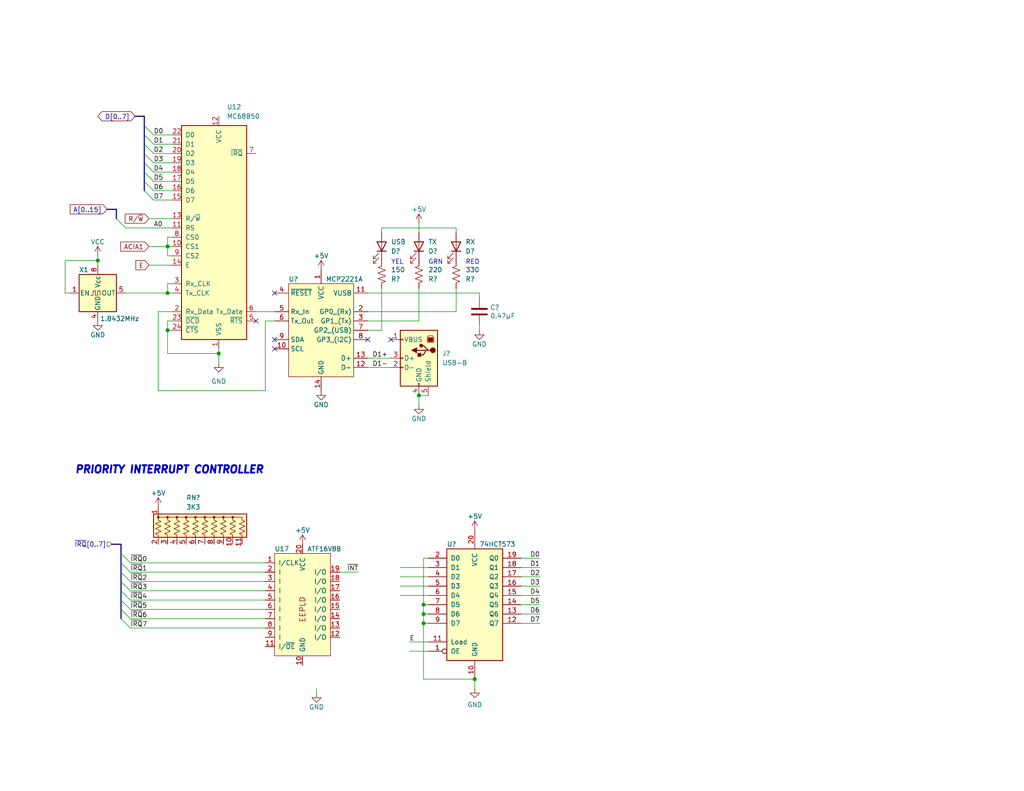
<source format=kicad_sch>
(kicad_sch (version 20230121) (generator eeschema)
  (paper "USLetter")
  (title_block (date "2024-01-15") (rev "1.0") (company "Frédéric Segard") (comment 1 "MicroHobbyist") (comment 2 "microhobbyist.com"))
  (lib_symbols
    (symbol "+5V_1" (power) (pin_names (offset 0))
      (property "Value" "+5V_1" (at 0 3.556 0))
      (symbol "+5V_1_0_1"
        (polyline (pts (xy -0.762 1.27) (xy 0 2.54)))
        (polyline (pts (xy 0 0) (xy 0 2.54)))
        (polyline (pts (xy 0 2.54) (xy 0.762 1.27)))
      )
      (symbol "+5V_1_1_1"
        (pin power_in line (at 0 0 90) (length 0) hide (name "+5V") (number "1"))
      )
    )
    (symbol "0_Library:ATF16V8B" (pin_names (offset 1.016))
      (property "Reference" "U" (at -7.62 0 0))
      (property "Value" "ATF16V8B" (at 1.27 0 0))
      (symbol "ATF16V8B_0_0"
        (text "EEPLD" (at 0 -16.51 900) (effects (font (size 1.4986 1.4986))))
      )
      (symbol "ATF16V8B_0_1"
        (rectangle (start -7.62 -1.27) (end 7.62 -29.21) (fill (type background)))
      )
      (symbol "ATF16V8B_1_1"
        (pin input line (at -10.16 -3.81 0) (length 2.54) (name "I/CLK") (number "1"))
        (pin power_in line (at 0 -31.75 90) (length 2.54) (name "GND") (number "10"))
        (pin input line (at -10.16 -26.67 0) (length 2.54) (name "I/~{OE}") (number "11"))
        (pin bidirectional line (at 10.16 -24.13 180) (length 2.54) (name "I/O") (number "12"))
        (pin bidirectional line (at 10.16 -21.59 180) (length 2.54) (name "I/O") (number "13"))
        (pin bidirectional line (at 10.16 -19.05 180) (length 2.54) (name "I/O") (number "14"))
        (pin bidirectional line (at 10.16 -16.51 180) (length 2.54) (name "I/O") (number "15"))
        (pin bidirectional line (at 10.16 -13.97 180) (length 2.54) (name "I/O") (number "16"))
        (pin bidirectional line (at 10.16 -11.43 180) (length 2.54) (name "I/O") (number "17"))
        (pin bidirectional line (at 10.16 -8.89 180) (length 2.54) (name "I/O") (number "18"))
        (pin bidirectional line (at 10.16 -6.35 180) (length 2.54) (name "I/O") (number "19"))
        (pin input line (at -10.16 -6.35 0) (length 2.54) (name "I") (number "2"))
        (pin power_in line (at 0 1.27 270) (length 2.54) (name "VCC") (number "20"))
        (pin input line (at -10.16 -8.89 0) (length 2.54) (name "I") (number "3"))
        (pin input line (at -10.16 -11.43 0) (length 2.54) (name "I") (number "4"))
        (pin input line (at -10.16 -13.97 0) (length 2.54) (name "I") (number "5"))
        (pin input line (at -10.16 -16.51 0) (length 2.54) (name "I") (number "6"))
        (pin input line (at -10.16 -19.05 0) (length 2.54) (name "I") (number "7"))
        (pin input line (at -10.16 -21.59 0) (length 2.54) (name "I") (number "8"))
        (pin input line (at -10.16 -24.13 0) (length 2.54) (name "I") (number "9"))
      )
    )
    (symbol "0_Library:MCP2221A"
      (property "Reference" "U" (at -10.16 1.27 0))
      (property "Value" "MCP2221A" (at 1.27 1.27 0))
      (symbol "MCP2221A_0_1"
        (rectangle (start -8.89 0) (end 8.89 -25.4) (stroke (width 0.1524)) (fill (type background)))
      )
      (symbol "MCP2221A_1_1"
        (pin power_in line (at 0 3.81 270) (length 3.81) (name "VCC") (number "1"))
        (pin bidirectional line (at -12.7 -17.78 0) (length 3.81) (name "SCL") (number "10"))
        (pin power_out line (at 12.7 -2.54 180) (length 3.81) (name "VUSB") (number "11"))
        (pin bidirectional line (at 12.7 -22.86 180) (length 3.81) (name "D-") (number "12"))
        (pin bidirectional line (at 12.7 -20.32 180) (length 3.81) (name "D+") (number "13"))
        (pin power_in line (at 0 -29.21 90) (length 3.81) (name "GND") (number "14"))
        (pin bidirectional line (at 12.7 -7.62 180) (length 3.81) (name "GP0_(Rx)") (number "2"))
        (pin bidirectional line (at 12.7 -10.16 180) (length 3.81) (name "GP1_(Tx)") (number "3"))
        (pin input line (at -12.7 -2.54 0) (length 3.81) (name "~{RESET}") (number "4"))
        (pin input line (at -12.7 -7.62 0) (length 3.81) (name "Rx_In") (number "5"))
        (pin output line (at -12.7 -10.16 0) (length 3.81) (name "Tx_Out") (number "6"))
        (pin bidirectional line (at 12.7 -12.7 180) (length 3.81) (name "GP2_(USB)") (number "7"))
        (pin bidirectional line (at 12.7 -15.24 180) (length 3.81) (name "GP3_(I2C)") (number "8"))
        (pin bidirectional line (at -12.7 -15.24 0) (length 3.81) (name "SDA") (number "9"))
      )
    )
    (symbol "74xx:74LS573" (pin_names (offset 1.016))
      (property "Reference" "U" (at -7.62 16.51 0))
      (property "Value" "74LS573" (at -7.62 -16.51 0))
      (symbol "74LS573_1_0"
        (pin input inverted (at -12.7 -12.7 0) (length 5.08) (name "OE") (number "1"))
        (pin power_in line (at 0 -20.32 90) (length 5.08) (name "GND") (number "10"))
        (pin input line (at -12.7 -10.16 0) (length 5.08) (name "Load") (number "11"))
        (pin tri_state line (at 12.7 -5.08 180) (length 5.08) (name "Q7") (number "12"))
        (pin tri_state line (at 12.7 -2.54 180) (length 5.08) (name "Q6") (number "13"))
        (pin tri_state line (at 12.7 0 180) (length 5.08) (name "Q5") (number "14"))
        (pin tri_state line (at 12.7 2.54 180) (length 5.08) (name "Q4") (number "15"))
        (pin tri_state line (at 12.7 5.08 180) (length 5.08) (name "Q3") (number "16"))
        (pin tri_state line (at 12.7 7.62 180) (length 5.08) (name "Q2") (number "17"))
        (pin tri_state line (at 12.7 10.16 180) (length 5.08) (name "Q1") (number "18"))
        (pin tri_state line (at 12.7 12.7 180) (length 5.08) (name "Q0") (number "19"))
        (pin input line (at -12.7 12.7 0) (length 5.08) (name "D0") (number "2"))
        (pin power_in line (at 0 20.32 270) (length 5.08) (name "VCC") (number "20"))
        (pin input line (at -12.7 10.16 0) (length 5.08) (name "D1") (number "3"))
        (pin input line (at -12.7 7.62 0) (length 5.08) (name "D2") (number "4"))
        (pin input line (at -12.7 5.08 0) (length 5.08) (name "D3") (number "5"))
        (pin input line (at -12.7 2.54 0) (length 5.08) (name "D4") (number "6"))
        (pin input line (at -12.7 0 0) (length 5.08) (name "D5") (number "7"))
        (pin input line (at -12.7 -2.54 0) (length 5.08) (name "D6") (number "8"))
        (pin input line (at -12.7 -5.08 0) (length 5.08) (name "D7") (number "9"))
      )
      (symbol "74LS573_1_1"
        (rectangle (start -7.62 15.24) (end 7.62 -15.24) (stroke (width 0.254)) (fill (type background)))
      )
    )
    (symbol "Connector:USB_B" (pin_names (offset 1.016))
      (property "Reference" "J" (at -5.08 11.43 0))
      (property "Value" "USB_B" (at -5.08 8.89 0))
      (symbol "USB_B_0_1"
        (rectangle (start -5.08 -7.62) (end 5.08 7.62) (stroke (width 0.254)) (fill (type background)))
        (circle (center -3.81 2.159) (radius 0.635) (stroke (width 0.254)) (fill (type outline)))
        (rectangle (start -3.81 5.588) (end -2.54 4.572) (fill (type outline)))
        (circle (center -0.635 3.429) (radius 0.381) (stroke (width 0.254)) (fill (type outline)))
        (rectangle (start -0.127 -7.62) (end 0.127 -6.858))
        (polyline (pts (xy -1.905 2.159) (xy 0.635 2.159)) (stroke (width 0.254)))
        (polyline (pts (xy -3.175 2.159) (xy -2.54 2.159) (xy -1.27 3.429) (xy -0.635 3.429)) (stroke (width 0.254)))
        (polyline (pts (xy -2.54 2.159) (xy -1.905 2.159) (xy -1.27 0.889) (xy 0 0.889)) (stroke (width 0.254)))
        (polyline (pts (xy 0.635 2.794) (xy 0.635 1.524) (xy 1.905 2.159) (xy 0.635 2.794)) (stroke (width 0.254)) (fill (type outline)))
        (polyline (pts (xy -4.064 4.318) (xy -2.286 4.318) (xy -2.286 5.715) (xy -2.667 6.096) (xy -3.683 6.096) (xy -4.064 5.715) (xy -4.064 4.318)))
        (rectangle (start 0.254 1.27) (end -0.508 0.508) (stroke (width 0.254)) (fill (type outline)))
        (rectangle (start 5.08 -2.667) (end 4.318 -2.413))
        (rectangle (start 5.08 -0.127) (end 4.318 0.127))
        (rectangle (start 5.08 4.953) (end 4.318 5.207))
      )
      (symbol "USB_B_1_1"
        (pin power_out line (at 7.62 5.08 180) (length 2.54) (name "VBUS") (number "1"))
        (pin bidirectional line (at 7.62 -2.54 180) (length 2.54) (name "D-") (number "2"))
        (pin bidirectional line (at 7.62 0 180) (length 2.54) (name "D+") (number "3"))
        (pin power_out line (at 0 -10.16 90) (length 2.54) (name "GND") (number "4"))
        (pin passive line (at -2.54 -10.16 90) (length 2.54) (name "Shield") (number "5"))
      )
    )
    (symbol "Device:C" (pin_numbers hide) (pin_names (offset 0.254))
      (property "Reference" "C" (at 0.635 2.54 0))
      (property "Value" "C" (at 0.635 -2.54 0))
      (symbol "C_0_1"
        (polyline (pts (xy -2.032 -0.762) (xy 2.032 -0.762)) (stroke (width 0.508)))
        (polyline (pts (xy -2.032 0.762) (xy 2.032 0.762)) (stroke (width 0.508)))
      )
      (symbol "C_1_1"
        (pin passive line (at 0 3.81 270) (length 2.794) (name "~") (number "1"))
        (pin passive line (at 0 -3.81 90) (length 2.794) (name "~") (number "2"))
      )
    )
    (symbol "Device:LED" (pin_numbers hide) (pin_names (offset 1.016) hide)
      (property "Reference" "D" (at 0 2.54 0))
      (property "Value" "LED" (at 0 -2.54 0))
      (symbol "LED_0_1"
        (polyline (pts (xy -1.27 -1.27) (xy -1.27 1.27)) (stroke (width 0.254)))
        (polyline (pts (xy -1.27 0) (xy 1.27 0)))
        (polyline (pts (xy 1.27 -1.27) (xy 1.27 1.27) (xy -1.27 0) (xy 1.27 -1.27)) (stroke (width 0.254)))
        (polyline (pts (xy -3.048 -0.762) (xy -4.572 -2.286) (xy -3.81 -2.286) (xy -4.572 -2.286) (xy -4.572 -1.524)))
        (polyline (pts (xy -1.778 -0.762) (xy -3.302 -2.286) (xy -2.54 -2.286) (xy -3.302 -2.286) (xy -3.302 -1.524)))
      )
      (symbol "LED_1_1"
        (pin passive line (at -3.81 0 0) (length 2.54) (name "K") (number "1"))
        (pin passive line (at 3.81 0 180) (length 2.54) (name "A") (number "2"))
      )
    )
    (symbol "Device:R_Network10_US" (pin_names (offset 0) hide)
      (property "Reference" "RN" (at -15.24 0 90))
      (property "Value" "R_Network10_US" (at 12.7 0 90))
      (symbol "R_Network10_US_0_1"
        (rectangle (start -13.97 -3.175) (end 11.43 3.175) (stroke (width 0.254)) (fill (type background)))
        (circle (center -12.7 2.286) (radius 0.254) (fill (type outline)))
        (circle (center -10.16 2.286) (radius 0.254) (fill (type outline)))
        (circle (center -7.62 2.286) (radius 0.254) (fill (type outline)))
        (circle (center -5.08 2.286) (radius 0.254) (fill (type outline)))
        (circle (center -2.54 2.286) (radius 0.254) (fill (type outline)))
        (polyline (pts (xy -12.7 2.286) (xy 10.16 2.286)))
        (polyline (pts (xy -12.7 2.286) (xy -12.7 1.524) (xy -11.938 1.1684) (xy -13.462 0.508) (xy -11.938 -0.1524) (xy -13.462 -0.8382) (xy -11.938 -1.524) (xy -13.462 -2.1844) (xy -12.7 -2.54) (xy -12.7 -3.81)))
        (polyline (pts (xy -10.16 2.286) (xy -10.16 1.524) (xy -9.398 1.1684) (xy -10.922 0.508) (xy -9.398 -0.1524) (xy -10.922 -0.8382) (xy -9.398 -1.524) (xy -10.922 -2.1844) (xy -10.16 -2.54) (xy -10.16 -3.81)))
        (polyline (pts (xy -7.62 2.286) (xy -7.62 1.524) (xy -6.858 1.1684) (xy -8.382 0.508) (xy -6.858 -0.1524) (xy -8.382 -0.8382) (xy -6.858 -1.524) (xy -8.382 -2.1844) (xy -7.62 -2.54) (xy -7.62 -3.81)))
        (polyline (pts (xy -5.08 2.286) (xy -5.08 1.524) (xy -4.318 1.1684) (xy -5.842 0.508) (xy -4.318 -0.1524) (xy -5.842 -0.8382) (xy -4.318 -1.524) (xy -5.842 -2.1844) (xy -5.08 -2.54) (xy -5.08 -3.81)))
        (polyline (pts (xy -2.54 2.286) (xy -2.54 1.524) (xy -1.778 1.1684) (xy -3.302 0.508) (xy -1.778 -0.1524) (xy -3.302 -0.8382) (xy -1.778 -1.524) (xy -3.302 -2.1844) (xy -2.54 -2.54) (xy -2.54 -3.81)))
        (polyline (pts (xy 0 2.286) (xy 0 1.524) (xy 0.762 1.1684) (xy -0.762 0.508) (xy 0.762 -0.1524) (xy -0.762 -0.8382) (xy 0.762 -1.524) (xy -0.762 -2.1844) (xy 0 -2.54) (xy 0 -3.81)))
        (polyline (pts (xy 2.54 2.286) (xy 2.54 1.524) (xy 3.302 1.1684) (xy 1.778 0.508) (xy 3.302 -0.1524) (xy 1.778 -0.8382) (xy 3.302 -1.524) (xy 1.778 -2.1844) (xy 2.54 -2.54) (xy 2.54 -3.81)))
        (polyline (pts (xy 5.08 2.286) (xy 5.08 1.524) (xy 5.842 1.1684) (xy 4.318 0.508) (xy 5.842 -0.1524) (xy 4.318 -0.8382) (xy 5.842 -1.524) (xy 4.318 -2.1844) (xy 5.08 -2.54) (xy 5.08 -3.81)))
        (polyline (pts (xy 7.62 2.286) (xy 7.62 1.524) (xy 8.382 1.1684) (xy 6.858 0.508) (xy 8.382 -0.1524) (xy 6.858 -0.8382) (xy 8.382 -1.524) (xy 6.858 -2.1844) (xy 7.62 -2.54) (xy 7.62 -3.81)))
        (polyline (pts (xy 10.16 2.286) (xy 10.16 1.524) (xy 10.922 1.1684) (xy 9.398 0.508) (xy 10.922 -0.1524) (xy 9.398 -0.8382) (xy 10.922 -1.524) (xy 9.398 -2.1844) (xy 10.16 -2.54) (xy 10.16 -3.81)))
        (circle (center 0 2.286) (radius 0.254) (fill (type outline)))
        (circle (center 2.54 2.286) (radius 0.254) (fill (type outline)))
        (circle (center 5.08 2.286) (radius 0.254) (fill (type outline)))
        (circle (center 7.62 2.286) (radius 0.254) (fill (type outline)))
      )
      (symbol "R_Network10_US_1_1"
        (pin passive line (at -12.7 5.08 270) (length 2.54) (name "common") (number "1"))
        (pin passive line (at 7.62 -5.08 90) (length 1.27) (name "R9") (number "10"))
        (pin passive line (at 10.16 -5.08 90) (length 1.27) (name "R10") (number "11"))
        (pin passive line (at -12.7 -5.08 90) (length 1.27) (name "R1") (number "2"))
        (pin passive line (at -10.16 -5.08 90) (length 1.27) (name "R2") (number "3"))
        (pin passive line (at -7.62 -5.08 90) (length 1.27) (name "R3") (number "4"))
        (pin passive line (at -5.08 -5.08 90) (length 1.27) (name "R4") (number "5"))
        (pin passive line (at -2.54 -5.08 90) (length 1.27) (name "R5") (number "6"))
        (pin passive line (at 0 -5.08 90) (length 1.27) (name "R6") (number "7"))
        (pin passive line (at 2.54 -5.08 90) (length 1.27) (name "R7") (number "8"))
        (pin passive line (at 5.08 -5.08 90) (length 1.27) (name "R8") (number "9"))
      )
    )
    (symbol "Device:R_US" (pin_numbers hide) (pin_names (offset 0))
      (property "Reference" "R" (at 2.54 0 90))
      (property "Value" "R_US" (at -2.54 0 90))
      (symbol "R_US_0_1"
        (polyline (pts (xy 0 -2.286) (xy 0 -2.54)))
        (polyline (pts (xy 0 2.286) (xy 0 2.54)))
        (polyline (pts (xy 0 -0.762) (xy 1.016 -1.143) (xy 0 -1.524) (xy -1.016 -1.905) (xy 0 -2.286)))
        (polyline (pts (xy 0 0.762) (xy 1.016 0.381) (xy 0 0) (xy -1.016 -0.381) (xy 0 -0.762)))
        (polyline (pts (xy 0 2.286) (xy 1.016 1.905) (xy 0 1.524) (xy -1.016 1.143) (xy 0 0.762)))
      )
      (symbol "R_US_1_1"
        (pin passive line (at 0 3.81 270) (length 1.27) (name "~") (number "1"))
        (pin passive line (at 0 -3.81 90) (length 1.27) (name "~") (number "2"))
      )
    )
    (symbol "GND_1" (power) (pin_names (offset 0))
      (property "Value" "GND_1" (at 0 -3.81 0))
      (symbol "GND_1_0_1"
        (polyline (pts (xy 0 0) (xy 0 -1.27) (xy 1.27 -1.27) (xy 0 -2.54) (xy -1.27 -1.27) (xy 0 -1.27)))
      )
      (symbol "GND_1_1_1"
        (pin power_in line (at 0 0 270) (length 0) hide (name "GND") (number "1"))
      )
    )
    (symbol "Interface_UART:MC68B50" (pin_names (offset 1.016))
      (property "Reference" "U" (at -7.366 31.75 0))
      (property "Value" "MC68B50" (at 10.414 31.75 0))
      (symbol "MC68B50_1_1"
        (rectangle (start -10.16 -27.94) (end 7.62 30.48) (stroke (width 0.254)) (fill (type background)))
        (pin power_in line (at 0 -30.48 90) (length 2.54) (name "VSS") (number "1"))
        (pin input line (at -12.7 -2.54 0) (length 2.54) (name "CS1") (number "10"))
        (pin input line (at -12.7 2.54 0) (length 2.54) (name "RS") (number "11"))
        (pin power_in line (at 0 33.02 270) (length 2.54) (name "VCC") (number "12"))
        (pin input line (at -12.7 5.08 0) (length 2.54) (name "R/~{W}") (number "13"))
        (pin input line (at -12.7 -7.62 0) (length 2.54) (name "E") (number "14"))
        (pin bidirectional line (at -12.7 10.16 0) (length 2.54) (name "D7") (number "15"))
        (pin bidirectional line (at -12.7 12.7 0) (length 2.54) (name "D6") (number "16"))
        (pin bidirectional line (at -12.7 15.24 0) (length 2.54) (name "D5") (number "17"))
        (pin bidirectional line (at -12.7 17.78 0) (length 2.54) (name "D4") (number "18"))
        (pin bidirectional line (at -12.7 20.32 0) (length 2.54) (name "D3") (number "19"))
        (pin input line (at -12.7 -20.32 0) (length 2.54) (name "Rx_Data") (number "2"))
        (pin bidirectional line (at -12.7 22.86 0) (length 2.54) (name "D2") (number "20"))
        (pin bidirectional line (at -12.7 25.4 0) (length 2.54) (name "D1") (number "21"))
        (pin bidirectional line (at -12.7 27.94 0) (length 2.54) (name "D0") (number "22"))
        (pin input line (at -12.7 -22.86 0) (length 2.54) (name "~{DCD}") (number "23"))
        (pin input line (at -12.7 -25.4 0) (length 2.54) (name "~{CTS}") (number "24"))
        (pin input line (at -12.7 -12.7 0) (length 2.54) (name "Rx_CLK") (number "3"))
        (pin input line (at -12.7 -15.24 0) (length 2.54) (name "Tx_CLK") (number "4"))
        (pin output line (at 10.16 -22.86 180) (length 2.54) (name "~{RTS}") (number "5"))
        (pin output line (at 10.16 -20.32 180) (length 2.54) (name "Tx_Data") (number "6"))
        (pin output line (at 10.16 22.86 180) (length 2.54) (name "~{IRQ}") (number "7"))
        (pin input line (at -12.7 0 0) (length 2.54) (name "CS0") (number "8"))
        (pin input line (at -12.7 -5.08 0) (length 2.54) (name "CS2") (number "9"))
      )
    )
    (symbol "Oscillator:CXO_DIP8" (pin_names (offset 0.254))
      (property "Reference" "X" (at -5.08 6.35 0))
      (property "Value" "CXO_DIP8" (at 1.27 -6.35 0))
      (symbol "CXO_DIP8_0_1"
        (rectangle (start -5.08 5.08) (end 5.08 -5.08) (stroke (width 0.254)) (fill (type background)))
        (polyline (pts (xy -1.905 -0.635) (xy -1.27 -0.635) (xy -1.27 0.635) (xy -0.635 0.635) (xy -0.635 -0.635) (xy 0 -0.635) (xy 0 0.635) (xy 0.635 0.635) (xy 0.635 -0.635)))
      )
      (symbol "CXO_DIP8_1_1"
        (pin input line (at -7.62 0 0) (length 2.54) (name "EN") (number "1"))
        (pin power_in line (at 0 -7.62 90) (length 2.54) (name "GND") (number "4"))
        (pin output line (at 7.62 0 180) (length 2.54) (name "OUT") (number "5"))
        (pin power_in line (at 0 7.62 270) (length 2.54) (name "Vcc") (number "8"))
      )
    )
    (symbol "power:GND" (power) (pin_names (offset 0))
      (property "Value" "GND" (at 0 -3.81 0))
      (symbol "GND_0_1"
        (polyline (pts (xy 0 0) (xy 0 -1.27) (xy 1.27 -1.27) (xy 0 -2.54) (xy -1.27 -1.27) (xy 0 -1.27)))
      )
      (symbol "GND_1_1"
        (pin power_in line (at 0 0 270) (length 0) hide (name "GND") (number "1"))
      )
    )
    (symbol "power:VCC" (power) (pin_names (offset 0))
      (property "Value" "VCC" (at 0 3.81 0))
      (symbol "VCC_0_1"
        (polyline (pts (xy -0.762 1.27) (xy 0 2.54)))
        (polyline (pts (xy 0 0) (xy 0 2.54)))
        (polyline (pts (xy 0 2.54) (xy 0.762 1.27)))
      )
      (symbol "VCC_1_1"
        (pin power_in line (at 0 0 90) (length 0) hide (name "VCC") (number "1"))
      )
    )
  )
  (junction (at 59.69 96.52))
  (junction (at 115.57 167.64))
  (junction (at 26.67 71.12))
  (junction (at 129.54 185.42))
  (junction (at 115.57 165.1))
  (junction (at 45.72 90.17))
  (junction (at 114.3 107.95))
  (junction (at 115.57 170.18))
  (junction (at 45.72 80.01))
  (junction (at 45.72 67.31))
  (no_connect (at 74.93 92.71))
  (no_connect (at 106.68 92.71))
  (no_connect (at 74.93 95.25))
  (no_connect (at 69.85 87.63))
  (no_connect (at 74.93 80.01))
  (no_connect (at 100.33 92.71))
  (bus_entry (at 39.37 49.53) (size 2.54 2.54))
  (bus_entry (at 33.02 163.83) (size 2.54 2.54))
  (bus_entry (at 33.02 161.29) (size 2.54 2.54))
  (bus_entry (at 33.02 166.37) (size 2.54 2.54))
  (bus_entry (at 39.37 46.99) (size 2.54 2.54))
  (bus_entry (at 33.02 158.75) (size 2.54 2.54))
  (bus_entry (at 39.37 52.07) (size 2.54 2.54))
  (bus_entry (at 39.37 36.83) (size 2.54 2.54))
  (bus_entry (at 39.37 44.45) (size 2.54 2.54))
  (bus_entry (at 33.02 156.21) (size 2.54 2.54))
  (bus_entry (at 39.37 39.37) (size 2.54 2.54))
  (bus_entry (at 39.37 34.29) (size 2.54 2.54))
  (bus_entry (at 33.02 168.91) (size 2.54 2.54))
  (bus_entry (at 33.02 153.67) (size 2.54 2.54))
  (bus_entry (at 39.37 41.91) (size 2.54 2.54))
  (bus_entry (at 33.02 151.13) (size 2.54 2.54))
  (bus_entry (at 31.75 59.69) (size 2.54 2.54))
  (wire (pts (xy 41.91 49.53) (xy 46.99 49.53)))
  (wire (pts (xy 17.78 80.01) (xy 17.78 71.12)))
  (wire (pts (xy 59.69 96.52) (xy 59.69 99.06)))
  (wire (pts (xy 45.72 67.31) (xy 46.99 67.31)))
  (bus (pts (xy 39.37 36.83) (xy 39.37 34.29)))
  (wire (pts (xy 35.56 161.29) (xy 72.39 161.29)))
  (wire (pts (xy 124.46 62.23) (xy 124.46 63.5)))
  (wire (pts (xy 45.72 96.52) (xy 59.69 96.52)))
  (wire (pts (xy 115.57 167.64) (xy 116.84 167.64)))
  (wire (pts (xy 35.56 168.91) (xy 72.39 168.91)))
  (wire (pts (xy 43.18 85.09) (xy 46.99 85.09)))
  (bus (pts (xy 36.83 31.75) (xy 39.37 31.75)))
  (bus (pts (xy 39.37 49.53) (xy 39.37 46.99)))
  (wire (pts (xy 41.91 39.37) (xy 46.99 39.37)))
  (bus (pts (xy 39.37 39.37) (xy 39.37 36.83)))
  (wire (pts (xy 46.99 90.17) (xy 45.72 90.17)))
  (wire (pts (xy 104.14 62.23) (xy 104.14 63.5)))
  (wire (pts (xy 116.84 152.4) (xy 115.57 152.4)))
  (wire (pts (xy 92.71 156.21) (xy 97.79 156.21)))
  (wire (pts (xy 74.93 87.63) (xy 72.39 87.63)))
  (bus (pts (xy 39.37 52.07) (xy 39.37 49.53)))
  (wire (pts (xy 124.46 85.09) (xy 124.46 78.74)))
  (wire (pts (xy 40.64 59.69) (xy 46.99 59.69)))
  (wire (pts (xy 142.24 167.64) (xy 147.32 167.64)))
  (wire (pts (xy 72.39 87.63) (xy 72.39 106.68)))
  (wire (pts (xy 115.57 185.42) (xy 129.54 185.42)))
  (wire (pts (xy 111.76 175.26) (xy 116.84 175.26)))
  (wire (pts (xy 41.91 36.83) (xy 46.99 36.83)))
  (wire (pts (xy 114.3 107.95) (xy 114.3 110.49)))
  (wire (pts (xy 35.56 166.37) (xy 72.39 166.37)))
  (wire (pts (xy 142.24 152.4) (xy 147.32 152.4)))
  (wire (pts (xy 41.91 41.91) (xy 46.99 41.91)))
  (wire (pts (xy 142.24 162.56) (xy 147.32 162.56)))
  (wire (pts (xy 59.69 96.52) (xy 59.69 95.25)))
  (bus (pts (xy 33.02 156.21) (xy 33.02 153.67)))
  (wire (pts (xy 115.57 170.18) (xy 115.57 185.42)))
  (bus (pts (xy 33.02 163.83) (xy 33.02 161.29)))
  (wire (pts (xy 19.05 80.01) (xy 17.78 80.01)))
  (bus (pts (xy 30.48 148.59) (xy 33.02 148.59)))
  (wire (pts (xy 41.91 44.45) (xy 46.99 44.45)))
  (wire (pts (xy 109.22 157.48) (xy 116.84 157.48)))
  (bus (pts (xy 33.02 161.29) (xy 33.02 158.75)))
  (bus (pts (xy 33.02 153.67) (xy 33.02 151.13)))
  (wire (pts (xy 72.39 106.68) (xy 43.18 106.68)))
  (wire (pts (xy 142.24 160.02) (xy 147.32 160.02)))
  (wire (pts (xy 100.33 97.79) (xy 106.68 97.79)))
  (wire (pts (xy 114.3 107.95) (xy 116.84 107.95)))
  (wire (pts (xy 26.67 71.12) (xy 26.67 72.39)))
  (wire (pts (xy 41.91 52.07) (xy 46.99 52.07)))
  (bus (pts (xy 33.02 151.13) (xy 33.02 148.59)))
  (bus (pts (xy 39.37 46.99) (xy 39.37 44.45)))
  (wire (pts (xy 45.72 90.17) (xy 45.72 87.63)))
  (wire (pts (xy 104.14 78.74) (xy 104.14 90.17)))
  (wire (pts (xy 109.22 160.02) (xy 116.84 160.02)))
  (wire (pts (xy 111.76 177.8) (xy 116.84 177.8)))
  (wire (pts (xy 43.18 106.68) (xy 43.18 85.09)))
  (wire (pts (xy 114.3 87.63) (xy 114.3 78.74)))
  (wire (pts (xy 100.33 85.09) (xy 124.46 85.09)))
  (bus (pts (xy 39.37 44.45) (xy 39.37 41.91)))
  (wire (pts (xy 45.72 80.01) (xy 45.72 77.47)))
  (wire (pts (xy 45.72 69.85) (xy 45.72 67.31)))
  (wire (pts (xy 26.67 69.85) (xy 26.67 71.12)))
  (wire (pts (xy 45.72 77.47) (xy 46.99 77.47)))
  (wire (pts (xy 142.24 165.1) (xy 147.32 165.1)))
  (bus (pts (xy 33.02 158.75) (xy 33.02 156.21)))
  (bus (pts (xy 33.02 166.37) (xy 33.02 163.83)))
  (wire (pts (xy 109.22 154.94) (xy 116.84 154.94)))
  (wire (pts (xy 142.24 154.94) (xy 147.32 154.94)))
  (wire (pts (xy 130.81 81.28) (xy 130.81 80.01)))
  (wire (pts (xy 34.29 62.23) (xy 46.99 62.23)))
  (bus (pts (xy 39.37 34.29) (xy 39.37 31.75)))
  (wire (pts (xy 35.56 163.83) (xy 72.39 163.83)))
  (wire (pts (xy 115.57 170.18) (xy 116.84 170.18)))
  (wire (pts (xy 100.33 80.01) (xy 130.81 80.01)))
  (wire (pts (xy 142.24 170.18) (xy 147.32 170.18)))
  (wire (pts (xy 35.56 153.67) (xy 72.39 153.67)))
  (wire (pts (xy 41.91 54.61) (xy 46.99 54.61)))
  (wire (pts (xy 46.99 80.01) (xy 45.72 80.01)))
  (wire (pts (xy 45.72 90.17) (xy 45.72 96.52)))
  (wire (pts (xy 17.78 71.12) (xy 26.67 71.12)))
  (wire (pts (xy 35.56 156.21) (xy 72.39 156.21)))
  (bus (pts (xy 31.75 59.69) (xy 31.75 57.15)))
  (wire (pts (xy 35.56 171.45) (xy 72.39 171.45)))
  (wire (pts (xy 109.22 162.56) (xy 116.84 162.56)))
  (wire (pts (xy 114.3 60.96) (xy 114.3 63.5)))
  (wire (pts (xy 115.57 165.1) (xy 116.84 165.1)))
  (wire (pts (xy 86.36 189.23) (xy 86.36 187.96)))
  (wire (pts (xy 115.57 152.4) (xy 115.57 165.1)))
  (wire (pts (xy 115.57 167.64) (xy 115.57 170.18)))
  (bus (pts (xy 33.02 168.91) (xy 33.02 166.37)))
  (wire (pts (xy 40.64 72.39) (xy 46.99 72.39)))
  (wire (pts (xy 142.24 157.48) (xy 147.32 157.48)))
  (wire (pts (xy 129.54 185.42) (xy 129.54 187.96)))
  (wire (pts (xy 69.85 85.09) (xy 74.93 85.09)))
  (wire (pts (xy 104.14 62.23) (xy 124.46 62.23)))
  (wire (pts (xy 46.99 69.85) (xy 45.72 69.85)))
  (wire (pts (xy 46.99 64.77) (xy 45.72 64.77)))
  (wire (pts (xy 35.56 158.75) (xy 72.39 158.75)))
  (wire (pts (xy 100.33 90.17) (xy 104.14 90.17)))
  (wire (pts (xy 100.33 87.63) (xy 114.3 87.63)))
  (wire (pts (xy 45.72 87.63) (xy 46.99 87.63)))
  (wire (pts (xy 130.81 90.17) (xy 130.81 88.9)))
  (wire (pts (xy 34.29 80.01) (xy 45.72 80.01)))
  (wire (pts (xy 115.57 165.1) (xy 115.57 167.64)))
  (wire (pts (xy 41.91 46.99) (xy 46.99 46.99)))
  (bus (pts (xy 39.37 41.91) (xy 39.37 39.37)))
  (wire (pts (xy 100.33 100.33) (xy 106.68 100.33)))
  (bus (pts (xy 29.21 57.15) (xy 31.75 57.15)))
  (wire (pts (xy 40.64 67.31) (xy 45.72 67.31)))
  (wire (pts (xy 45.72 64.77) (xy 45.72 67.31)))
  (text "PRIORITY INTERRUPT CONTROLLER" (at 20.32 129.54 0) (effects (font (size 2 2) (thickness 0.508) bold italic) (justify left bottom)))
  (text "YEL" (at 106.68 72.39 0) (effects (font (size 1.27 1.27)) (justify left bottom)))
  (text "RED" (at 127 72.39 0) (effects (font (size 1.27 1.27)) (justify left bottom)))
  (text "GRN" (at 116.84 72.39 0) (effects (font (size 1.27 1.27)) (justify left bottom)))
  (label "D1+" (at 101.6 97.79 0))
  (label "~{IRQ}2" (at 35.56 158.75 0))
  (label "~{IRQ}4" (at 35.56 163.83 0))
  (label "D6" (at 147.32 167.64 180))
  (label "D5" (at 147.32 165.1 180))
  (label "~{IRQ}7" (at 35.56 171.45 0))
  (label "D6" (at 41.91 52.07 0))
  (label "~{INT}" (at 97.79 156.21 180))
  (label "D7" (at 147.32 170.18 180))
  (label "~{IRQ}1" (at 35.56 156.21 0))
  (label "D3" (at 41.91 44.45 0))
  (label "D5" (at 41.91 49.53 0))
  (label "A0" (at 41.91 62.23 0))
  (label "D4" (at 41.91 46.99 0))
  (label "D1-" (at 101.6 100.33 0))
  (label "D4" (at 147.32 162.56 180))
  (label "D1" (at 147.32 154.94 180))
  (label "~{IRQ}5" (at 35.56 166.37 0))
  (label "D0" (at 147.32 152.4 180))
  (label "D2" (at 147.32 157.48 180))
  (label "D1" (at 41.91 39.37 0))
  (label "D0" (at 41.91 36.83 0))
  (label "~{IRQ}0" (at 35.56 153.67 0))
  (label "D2" (at 41.91 41.91 0))
  (label "E" (at 111.76 175.26 0))
  (label "D7" (at 41.91 54.61 0))
  (label "~{IRQ}3" (at 35.56 161.29 0))
  (label "D3" (at 147.32 160.02 180))
  (label "~{IRQ}6" (at 35.56 168.91 0))
  (global_label "D[0..7]" (shape bidirectional) (at 36.83 31.75 180) (property "Intersheetrefs" "${INTERSHEET_REFS}" (effects hide)))
  (global_label "E" (shape input) (at 40.64 72.39 180) (property "Intersheetrefs" "${INTERSHEET_REFS}" (effects hide)))
  (global_label "ACIA1" (shape input) (at 40.64 67.31 180) (property "Intersheetrefs" "${INTERSHEET_REFS}" (effects hide)))
  (global_label "A[0..15]" (shape input) (at 29.21 57.15 180) (property "Intersheetrefs" "${INTERSHEET_REFS}" (effects hide)))
  (global_label "R{slash}~{W}" (shape input) (at 40.64 59.69 180) (property "Intersheetrefs" "${INTERSHEET_REFS}" (effects hide)))
  (hierarchical_label "~{IRQ}[0..7]" (shape input) (at 30.48 148.59 180))
  (symbol (lib_id "power:GND") (at 59.69 99.06 0) (unit 1)
    (property "Reference" "#PWR052" (effects hide))
    (property "Value" "GND" (at 59.69 104.14 0))
  )
  (symbol (lib_id "power:VCC") (at 26.67 69.85 0) (unit 1)
    (property "Reference" "#PWR021" (effects hide))
    (property "Value" "VCC" (at 26.67 66.04 0))
    (instances (project "Ep3 - CPU, Memory and decode" (path "" (reference "#PWR021") (unit 1)) (path "" (reference "#PWR053") (unit 1))))
  )
  (symbol (lib_id "Device:LED") (at 114.3 67.31 270) (mirror x) (unit 1)
    (property "Reference" "D?" (at 116.84 68.58 90) (effects (justify left)))
    (property "Value" "TX" (at 116.84 66.04 90) (effects (justify left)))
    (property "Footprint" "LED_THT:LED_D3.0mm_Horizontal_O1.27mm_Z2.0mm_Clear" (effects hide))
    (instances (project "1 - Main CPU board with basic peripherals (rev5)" (path "" (reference "D?") (unit 1))) (project "1 - Main CPU card with CTC, SIO and PIO" (path "" (reference "D?") (unit 1)) (path "" (reference "D?") (unit 1))) (project "4 - Quad serial" (path "" (reference "D9") (unit 1))) (project "Ep3 - CPU, Memory and decode" (path "" (reference "D4") (unit 1))))
  )
  (symbol (lib_name "GND_1") (lib_id "power:GND") (at 130.81 90.17 0) (unit 1)
    (property "Reference" "#PWR?" (effects hide))
    (property "Value" "GND" (at 130.81 93.98 0))
    (instances (project "1 - Main CPU board with basic peripherals (rev5)" (path "" (reference "#PWR?") (unit 1))) (project "2 - CPU and memory card with the essential peripherals" (path "" (reference "#PWR?") (unit 1))) (project "4 - Quad serial" (path "" (reference "#PWR?") (unit 1)) (path "" (reference "#PWR?") (unit 1)) (path "" (reference "#PWR051") (unit 1))) (project "Ep3 - CPU, Memory and decode" (path "" (reference "#PWR064") (unit 1))))
  )
  (symbol (lib_id "Device:R_US") (at 104.14 74.93 0) (mirror x) (unit 1)
    (property "Reference" "R?" (at 106.68 76.2 0) (effects (justify left)))
    (property "Value" "150" (at 106.68 73.66 0) (effects (justify left)))
    (property "Footprint" "Resistor_THT:R_Axial_DIN0207_L6.3mm_D2.5mm_P10.16mm_Horizontal" (effects hide))
    (instances (project "1 - Main CPU board with basic peripherals (rev5)" (path "" (reference "R?") (unit 1))) (project "1 - Main CPU card with CTC, SIO and PIO" (path "" (reference "R?") (unit 1)) (path "" (reference "R?") (unit 1))) (project "4 - Quad serial" (path "" (reference "R3") (unit 1))) (project "Ep3 - CPU, Memory and decode" (path "" (reference "R5") (unit 1))))
  )
  (symbol (lib_id "power:GND") (at 26.67 87.63 0) (unit 1)
    (property "Reference" "#PWR022" (effects hide))
    (property "Value" "GND" (at 26.67 91.44 0))
    (instances (project "Ep3 - CPU, Memory and decode" (path "" (reference "#PWR022") (unit 1)) (path "" (reference "#PWR054") (unit 1))))
  )
  (symbol (lib_id "0_Library:ATF16V8B") (at 82.55 149.86 0) (unit 1)
    (property "Reference" "U17" (at 74.93 149.86 0) (effects (justify left)))
    (property "Value" "ATF16V8B" (at 83.82 149.86 0) (effects (justify left)))
    (property "Footprint" "Package_DIP:DIP-20_W7.62mm_LongPads" (effects hide))
    (property "Datasheet" "http://ww1.microchip.com/downloads/en/DeviceDoc/Atmel-0364-PLD-ATF16V8B-8BQ-8BQL-Datasheet.pdf" (effects hide))
  )
  (symbol (lib_name "+5V_1") (lib_id "power:+5V") (at 129.54 144.78 0) (unit 1)
    (property "Reference" "#PWR?" (effects hide))
    (property "Value" "+5V" (at 129.54 140.97 0))
    (instances (project "1 - Main CPU board with basic peripherals (rev5)" (path "" (reference "#PWR?") (unit 1)) (path "" (reference "#PWR?") (unit 1))) (project "4 - Quad serial" (path "" (reference "#PWR06") (unit 1))) (project "Ep3 - CPU, Memory and decode" (path "" (reference "#PWR058") (unit 1))))
  )
  (symbol (lib_id "Device:R_Network10_US") (at 55.88 143.51 0) (unit 1)
    (property "Reference" "RN?" (at 50.8 135.89 0) (effects (justify left)))
    (property "Value" "3K3" (at 50.8 138.43 0) (effects (justify left)))
    (property "Footprint" "Resistor_THT:R_Array_SIP11" (effects hide))
    (property "Datasheet" "http://www.vishay.com/docs/31509/csc.pdf" (effects hide))
    (instances (project "1 - Main CPU board with basic peripherals (rev5)" (path "" (reference "RN?") (unit 1))) (project "4 - Quad serial" (path "" (reference "RN1") (unit 1))) (project "Ep3 - CPU, Memory and decode" (path "" (reference "RN2") (unit 1))))
  )
  (symbol (lib_name "+5V_1") (lib_id "power:+5V") (at 87.63 73.66 0) (unit 1)
    (property "Reference" "#PWR?" (effects hide))
    (property "Value" "+5V" (at 87.63 69.85 0))
    (instances (project "1 - Main CPU board with basic peripherals (rev5)" (path "" (reference "#PWR?") (unit 1))) (project "2 - CPU and memory card with the essential peripherals" (path "" (reference "#PWR?") (unit 1))) (project "4 - Quad serial" (path "" (reference "#PWR?") (unit 1)) (path "" (reference "#PWR?") (unit 1)) (path "" (reference "#PWR043") (unit 1))) (project "Ep3 - CPU, Memory and decode" (path "" (reference "#PWR060") (unit 1))))
  )
  (symbol (lib_id "74xx:74LS573") (at 129.54 165.1 0) (unit 1)
    (property "Reference" "U?" (at 121.92 148.59 0) (effects (justify left)))
    (property "Value" "74HCT573" (at 130.81 148.59 0) (effects (justify left)))
    (property "Footprint" "Package_DIP:DIP-20_W7.62mm_Socket" (effects hide))
    (property "Datasheet" "74xx/74hc573.pdf" (effects hide))
    (instances (project "1 - Main CPU board with basic peripherals (rev5)" (path "" (reference "U?") (unit 1))) (project "4 - Quad serial" (path "" (reference "U3") (unit 1))) (project "Ep3 - CPU, Memory and decode" (path "" (reference "U15") (unit 1))))
  )
  (symbol (lib_id "0_Library:MCP2221A") (at 87.63 77.47 0) (unit 1)
    (property "Reference" "U?" (at 78.74 76.2 0) (effects (justify left)))
    (property "Value" "MCP2221A" (at 88.9 76.2 0) (effects (justify left)))
    (property "Footprint" "Package_DIP:DIP-14_W7.62mm_Socket" (effects hide))
    (property "Datasheet" "https://ww1.microchip.com/downloads/aemDocuments/documents/APID/ProductDocuments/DataSheets/MCP2221A-Data-Sheet-20005565E.pdf" (effects hide))
    (instances (project "1 - Main CPU board with basic peripherals (rev5)" (path "" (reference "U?") (unit 1))) (project "4 - Quad serial" (path "" (reference "U10") (unit 1))) (project "Ep3 - CPU, Memory and decode" (path "" (reference "U16") (unit 1))))
  )
  (symbol (lib_id "Device:R_US") (at 114.3 74.93 0) (mirror x) (unit 1)
    (property "Reference" "R?" (at 116.84 76.2 0) (effects (justify left)))
    (property "Value" "220" (at 116.84 73.66 0) (effects (justify left)))
    (property "Footprint" "Resistor_THT:R_Axial_DIN0207_L6.3mm_D2.5mm_P10.16mm_Horizontal" (effects hide))
    (instances (project "1 - Main CPU board with basic peripherals (rev5)" (path "" (reference "R?") (unit 1))) (project "1 - Main CPU card with CTC, SIO and PIO" (path "" (reference "R?") (unit 1)) (path "" (reference "R?") (unit 1))) (project "4 - Quad serial" (path "" (reference "R3") (unit 1))) (project "Ep3 - CPU, Memory and decode" (path "" (reference "R6") (unit 1))))
  )
  (symbol (lib_name "GND_1") (lib_id "power:GND") (at 87.63 106.68 0) (unit 1)
    (property "Reference" "#PWR?" (effects hide))
    (property "Value" "GND" (at 87.63 110.49 0))
    (instances (project "1 - Main CPU board with basic peripherals (rev5)" (path "" (reference "#PWR?") (unit 1))) (project "2 - CPU and memory card with the essential peripherals" (path "" (reference "#PWR?") (unit 1))) (project "4 - Quad serial" (path "" (reference "#PWR?") (unit 1)) (path "" (reference "#PWR?") (unit 1)) (path "" (reference "#PWR044") (unit 1))) (project "Ep3 - CPU, Memory and decode" (path "" (reference "#PWR061") (unit 1))))
  )
  (symbol (lib_id "power:GND") (at 129.54 187.96 0) (unit 1)
    (property "Reference" "#PWR?" (effects hide))
    (property "Value" "GND" (at 129.54 192.4034 0))
    (instances (project "1 - Main CPU board with basic peripherals (rev5)" (path "" (reference "#PWR?") (unit 1))) (project "4 - Quad serial" (path "" (reference "#PWR07") (unit 1))) (project "Ep3 - CPU, Memory and decode" (path "" (reference "#PWR059") (unit 1))))
  )
  (symbol (lib_id "Device:C") (at 130.81 85.09 0) (unit 1)
    (property "Reference" "C?" (at 133.731 83.9216 0) (effects (justify left)))
    (property "Value" "0.47µF" (at 133.731 86.233 0) (effects (justify left)))
    (property "Footprint" "Capacitor_THT:C_Disc_D3.0mm_W1.6mm_P2.50mm" (effects hide))
    (instances (project "1 - Main CPU board with basic peripherals (rev5)" (path "" (reference "C?") (unit 1))) (project "2 - CPU and memory card with the essential peripherals" (path "" (reference "C?") (unit 1))) (project "4 - Quad serial" (path "" (reference "C?") (unit 1)) (path "" (reference "C?") (unit 1)) (path "" (reference "C21") (unit 1))) (project "Ep3 - CPU, Memory and decode" (path "" (reference "C17") (unit 1))))
  )
  (symbol (lib_name "+5V_1") (lib_id "power:+5V") (at 82.55 148.59 0) (unit 1)
    (property "Reference" "#PWR?" (effects hide))
    (property "Value" "+5V" (at 82.55 144.78 0))
    (instances (project "1 - Main CPU board with basic peripherals (rev5)" (path "" (reference "#PWR?") (unit 1)) (path "" (reference "#PWR?") (unit 1))) (project "4 - Quad serial" (path "" (reference "#PWR04") (unit 1))) (project "Ep3 - CPU, Memory and decode" (path "" (reference "#PWR056") (unit 1))))
  )
  (symbol (lib_name "+5V_1") (lib_id "power:+5V") (at 114.3 60.96 0) (unit 1)
    (property "Reference" "#PWR?" (effects hide))
    (property "Value" "+5V" (at 114.3 57.15 0))
    (instances (project "1 - Main CPU board with basic peripherals (rev5)" (path "" (reference "#PWR?") (unit 1))) (project "2 - CPU and memory card with the essential peripherals" (path "" (reference "#PWR?") (unit 1))) (project "4 - Quad serial" (path "" (reference "#PWR?") (unit 1)) (path "" (reference "#PWR?") (unit 1)) (path "" (reference "#PWR047") (unit 1))) (project "Ep3 - CPU, Memory and decode" (path "" (reference "#PWR065") (unit 1))))
  )
  (symbol (lib_id "power:GND") (at 86.36 189.23 0) (unit 1)
    (property "Reference" "#PWR?" (effects hide))
    (property "Value" "GND" (at 86.36 193.04 0))
    (instances (project "1 - Main CPU board with basic peripherals (rev5)" (path "" (reference "#PWR?") (unit 1)) (path "" (reference "#PWR?") (unit 1))) (project "4 - Quad serial" (path "" (reference "#PWR05") (unit 1))) (project "Ep3 - CPU, Memory and decode" (path "" (reference "#PWR057") (unit 1))))
  )
  (symbol (lib_name "+5V_1") (lib_id "power:+5V") (at 43.18 138.43 0) (unit 1)
    (property "Reference" "#PWR?" (effects hide))
    (property "Value" "+5V" (at 43.18 134.62 0))
    (instances (project "1 - Main CPU board with basic peripherals (rev5)" (path "" (reference "#PWR?") (unit 1)) (path "" (reference "#PWR?") (unit 1))) (project "4 - Quad serial" (path "" (reference "#PWR02") (unit 1))) (project "Ep3 - CPU, Memory and decode" (path "" (reference "#PWR055") (unit 1))))
  )
  (symbol (lib_name "GND_1") (lib_id "power:GND") (at 114.3 110.49 0) (mirror y) (unit 1)
    (property "Reference" "#PWR?" (effects hide))
    (property "Value" "GND" (at 114.3 114.3 0))
    (instances (project "1 - Main CPU board with basic peripherals (rev5)" (path "" (reference "#PWR?") (unit 1))) (project "2 - CPU and memory card with the essential peripherals" (path "" (reference "#PWR?") (unit 1))) (project "4 - Quad serial" (path "" (reference "#PWR?") (unit 1)) (path "" (reference "#PWR?") (unit 1)) (path "" (reference "#PWR049") (unit 1))) (project "Ep3 - CPU, Memory and decode" (path "" (reference "#PWR063") (unit 1))))
  )
  (symbol (lib_id "Connector:USB_B") (at 114.3 97.79 0) (mirror y) (unit 1)
    (property "Reference" "J?" (at 120.65 96.52 0) (effects (justify right)))
    (property "Value" "USB-B" (at 120.65 99.06 0) (effects (justify right)))
    (property "Footprint" "Connector_USB:USB_B_Lumberg_2411_02_Horizontal" (effects hide))
    (property "Datasheet" " ~" (effects hide))
    (instances (project "1 - Main CPU board with basic peripherals (rev5)" (path "" (reference "J?") (unit 1))) (project "4 - Quad serial" (path "" (reference "J7") (unit 1))) (project "Ep3 - CPU, Memory and decode" (path "" (reference "J3") (unit 1))))
  )
  (symbol (lib_id "Device:LED") (at 124.46 67.31 270) (mirror x) (unit 1)
    (property "Reference" "D?" (at 127 68.58 90) (effects (justify left)))
    (property "Value" "RX" (at 127 66.04 90) (effects (justify left)))
    (property "Footprint" "LED_THT:LED_D3.0mm_Horizontal_O1.27mm_Z2.0mm_Clear" (effects hide))
    (instances (project "1 - Main CPU board with basic peripherals (rev5)" (path "" (reference "D?") (unit 1))) (project "1 - Main CPU card with CTC, SIO and PIO" (path "" (reference "D?") (unit 1)) (path "" (reference "D?") (unit 1))) (project "4 - Quad serial" (path "" (reference "D9") (unit 1))) (project "Ep3 - CPU, Memory and decode" (path "" (reference "D5") (unit 1))))
  )
  (symbol (lib_id "Device:LED") (at 104.14 67.31 270) (mirror x) (unit 1)
    (property "Reference" "D?" (at 106.68 68.58 90) (effects (justify left)))
    (property "Value" "USB" (at 106.68 66.04 90) (effects (justify left)))
    (property "Footprint" "LED_THT:LED_D3.0mm_Horizontal_O1.27mm_Z2.0mm_Clear" (effects hide))
    (instances (project "1 - Main CPU board with basic peripherals (rev5)" (path "" (reference "D?") (unit 1))) (project "1 - Main CPU card with CTC, SIO and PIO" (path "" (reference "D?") (unit 1)) (path "" (reference "D?") (unit 1))) (project "4 - Quad serial" (path "" (reference "D9") (unit 1))) (project "Ep3 - CPU, Memory and decode" (path "" (reference "D3") (unit 1))))
  )
  (symbol (lib_id "Device:R_US") (at 124.46 74.93 0) (mirror x) (unit 1)
    (property "Reference" "R?" (at 127 76.2 0) (effects (justify left)))
    (property "Value" "330" (at 127 73.66 0) (effects (justify left)))
    (property "Footprint" "Resistor_THT:R_Axial_DIN0207_L6.3mm_D2.5mm_P10.16mm_Horizontal" (effects hide))
    (instances (project "1 - Main CPU board with basic peripherals (rev5)" (path "" (reference "R?") (unit 1))) (project "1 - Main CPU card with CTC, SIO and PIO" (path "" (reference "R?") (unit 1)) (path "" (reference "R?") (unit 1))) (project "4 - Quad serial" (path "" (reference "R3") (unit 1))) (project "Ep3 - CPU, Memory and decode" (path "" (reference "R7") (unit 1))))
  )
  (symbol (lib_id "Interface_UART:MC68B50") (at 59.69 64.77 0) (unit 1)
    (property "Reference" "U12" (at 61.8841 29.21 0) (effects (justify left)))
    (property "Value" "MC68B50" (at 61.8841 31.75 0) (effects (justify left)))
    (property "Footprint" "Package_DIP:DIP-40_W15.24mm" (effects hide))
    (property "Datasheet" "http://pdf.datasheetcatalog.com/datasheet/motorola/MC6850.pdf" (effects hide))
  )
  (symbol (lib_id "Oscillator:CXO_DIP8") (at 26.67 80.01 0) (unit 1)
    (property "Reference" "X1" (at 22.86 73.66 0))
    (property "Value" "1.8432MHz" (at 27.305 86.995 0) (effects (justify left)))
    (property "Footprint" "Oscillator:Oscillator_DIP-8" (effects hide))
    (property "Datasheet" "http://cdn-reichelt.de/documents/datenblatt/B400/OSZI.pdf" (effects hide))
    (instances (project "Ep3 - CPU, Memory and decode" (path "" (reference "X1") (unit 1)) (path "" (reference "X2") (unit 1))))
  )
)
</source>
